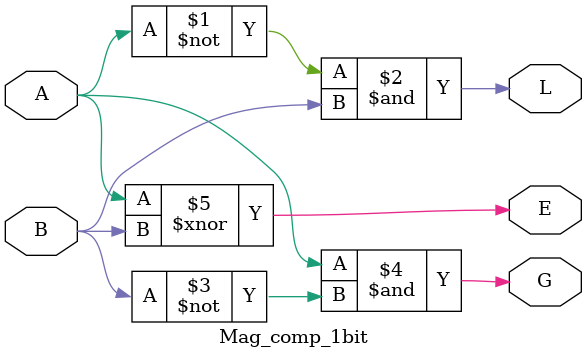
<source format=v>
`timescale 1ns / 1ps

// Author : Venu Pabbuleti 
// ID     : N180116
//Branch  : ECE
//Project : RTL design using Verilog
//Design  : 1 bit magnitude comparator
//Module  : 1 bit magnitude comparator Design Module
//RGUKT NUZVID 
//////////////////////////////////////////////////////////////////////////////////


module Mag_comp_1bit(A,B,L,G,E);
input A,B;
output L,G,E;
assign L = ((~A)&B);
assign G = (A&(~B));
assign E = (A^~B);
endmodule

</source>
